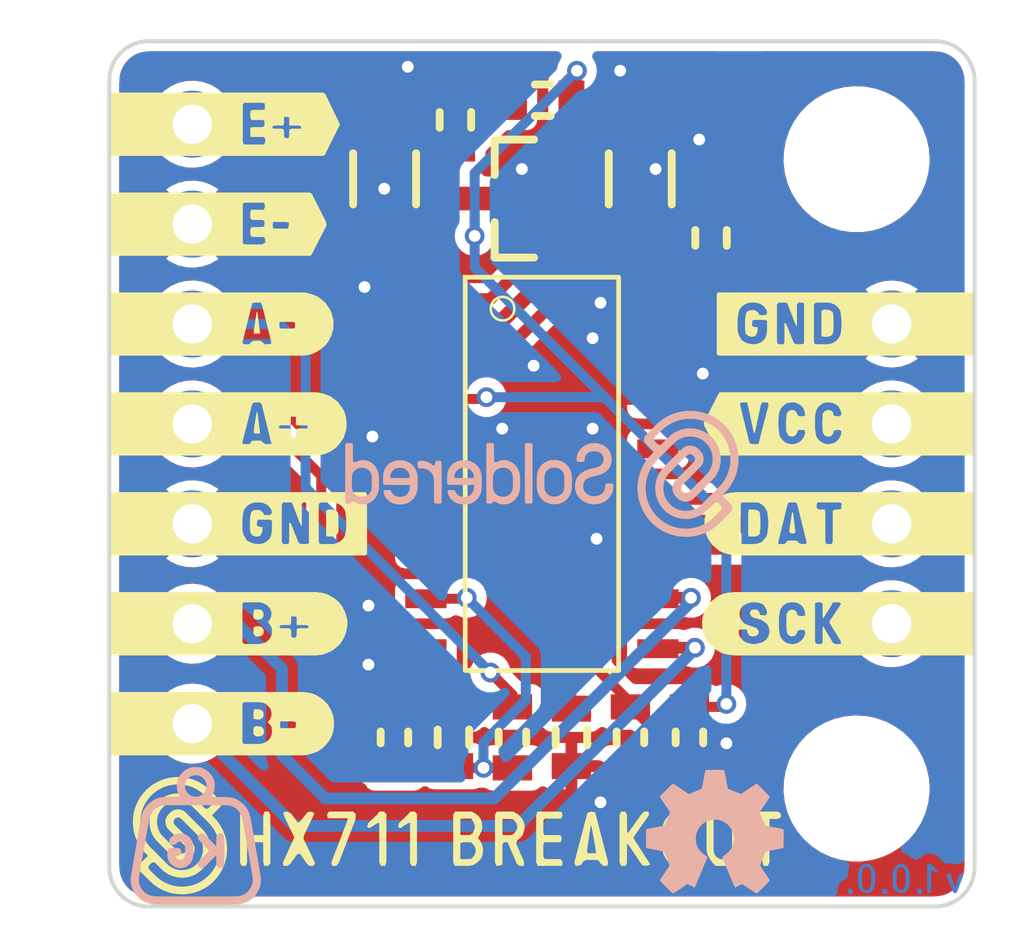
<source format=kicad_pcb>
(kicad_pcb (version 20210126) (generator pcbnew)
  (layers (0 "F.Cu" signal) (31 "B.Cu" signal) (34 "B.Paste" user) (35 "F.Paste" user) (36 "B.SilkS" user "B.Silkscreen") (37 "F.SilkS" user "F.Silkscreen") (38 "B.Mask" user) (39 "F.Mask" user) (44 "Edge.Cuts" user))
  (net 0 "")
  (net 1 "Net-(C1-Pad2)")
  (net 2 "GND")
  (net 3 "Net-(C3-Pad2)")
  (net 4 "Net-(C4-Pad2)")
  (net 5 "Net-(C4-Pad1)")
  (net 6 "Net-(K1-Pad3)")
  (net 7 "Net-(K1-Pad2)")
  (net 8 "Net-(K2-Pad2)")
  (net 9 "Net-(K2-Pad1)")
  (net 10 "VCC")
  (net 11 "Net-(K3-Pad2)")
  (net 12 "Net-(K3-Pad1)")
  (net 13 "Net-(Q1-Pad1)")
  (net 14 "Net-(R3-Pad1)")
  (net 16 "Net-(L1-Pad2)")
  (footprint "e-radionica.com footprinti:0603R" (layer "F.Cu") (at 61.25 148.1 -90)
    (fp_text reference "R2")
    (fp_text value "100R")
    (pad "1" smd rect (at -0.775 0) (size 1 0.64) (layers "F.Cu" "F.Paste" "F.Mask") (net 5 "Net-(C4-Pad1)"))
    (pad "2" smd rect (at 0.775 0) (size 1 0.64) (layers "F.Cu" "F.Paste" "F.Mask") (net 7 "Net-(K1-Pad2)"))
  )
  (footprint "buzzardLabel" (layer "F.Cu") (at 53.6 137.59)
    (fp_text reference "" (at 0 0) (layer "F.SilkS") (effects (font (size 1.27 1.27))))
    (fp_text value "" (at 0 0) (layer "F.SilkS") (effects (font (size 1.27 1.27))))
  )
  (footprint "e-radionica.com footprinti:SOP-16" (layer "F.Cu") (at 65 141.4)
    (fp_text reference "U1")
    (fp_text value "HX711")
    (pad "1" smd rect (at -2.95 -4.445) (size 1.05 0.48) (layers "F.Cu" "F.Paste" "F.Mask") (net 10 "VCC"))
    (pad "2" smd rect (at -2.95 -3.175) (size 1.05 0.48) (layers "F.Cu" "F.Paste" "F.Mask") (net 13 "Net-(Q1-Pad1)"))
    (pad "3" smd rect (at -2.95 -1.905) (size 1.05 0.48) (layers "F.Cu" "F.Paste" "F.Mask") (net 16 "Net-(L1-Pad2)"))
    (pad "4" smd rect (at -2.95 -0.635) (size 1.05 0.48) (layers "F.Cu" "F.Paste" "F.Mask") (net 14 "Net-(R3-Pad1)"))
    (pad "5" smd rect (at -2.95 0.635) (size 1.05 0.48) (layers "F.Cu" "F.Paste" "F.Mask") (net 2 "GND"))
    (pad "6" smd rect (at -2.95 1.905) (size 1.05 0.48) (layers "F.Cu" "F.Paste" "F.Mask") (net 3 "Net-(C3-Pad2)"))
    (pad "7" smd rect (at -2.95 3.175) (size 1.05 0.48) (layers "F.Cu" "F.Paste" "F.Mask") (net 4 "Net-(C4-Pad2)"))
    (pad "8" smd rect (at -2.95 4.445) (size 1.05 0.48) (layers "F.Cu" "F.Paste" "F.Mask") (net 5 "Net-(C4-Pad1)"))
    (pad "9" smd rect (at 2.95 4.445) (size 1.05 0.48) (layers "F.Cu" "F.Paste" "F.Mask") (net 9 "Net-(K2-Pad1)"))
    (pad "10" smd rect (at 2.95 3.175) (size 1.05 0.48) (layers "F.Cu" "F.Paste" "F.Mask") (net 8 "Net-(K2-Pad2)"))
    (pad "11" smd rect (at 2.95 1.905) (size 1.05 0.48) (layers "F.Cu" "F.Paste" "F.Mask") (net 12 "Net-(K3-Pad1)"))
    (pad "12" smd rect (at 2.95 0.635) (size 1.05 0.48) (layers "F.Cu" "F.Paste" "F.Mask") (net 11 "Net-(K3-Pad2)"))
    (pad "13" smd rect (at 2.95 -0.635) (size 1.05 0.48) (layers "F.Cu" "F.Paste" "F.Mask"))
    (pad "14" smd rect (at 2.95 -1.905) (size 1.05 0.48) (layers "F.Cu" "F.Paste" "F.Mask") (net 2 "GND"))
    (pad "15" smd rect (at 2.95 -3.175) (size 1.05 0.48) (layers "F.Cu" "F.Paste" "F.Mask") (net 2 "GND"))
    (pad "16" smd rect (at 2.95 -4.445) (size 1.05 0.48) (layers "F.Cu" "F.Paste" "F.Mask") (net 10 "VCC"))
  )
  (footprint "Soldered Graphics:Logo-Front-Soldered-3mm" (layer "F.Cu") (at 55.8 150.6)
    (fp_text reference "G***" hide)
    (fp_text value "LOGO" hide)
  )
  (footprint "buzzardLabel" (layer "F.Cu") (at 53.6 142.67)
    (fp_text reference "" (at 0 0) (layer "F.SilkS") (effects (font (size 1.27 1.27))))
    (fp_text value "" (at 0 0) (layer "F.SilkS") (effects (font (size 1.27 1.27))))
  )
  (footprint "e-radionica.com footprinti:HOLE_3.2mm" (layer "F.Cu") (at 73 133.4)
    (fp_text reference "H2" hide)
    (fp_text value "HOLE_3.2mm" hide)
    (pad "" np_thru_hole circle (at 0 0) (size 3.2 3.2) (drill 3.2) (layers F&B.Cu *.Mask))
  )
  (footprint "e-radionica.com footprinti:0603R" (layer "F.Cu") (at 68.75 148.1 90)
    (fp_text reference "R3")
    (fp_text value "20k")
    (pad "1" smd rect (at -0.775 0 180) (size 1 0.64) (layers "F.Cu" "F.Paste" "F.Mask") (net 14 "Net-(R3-Pad1)"))
    (pad "2" smd rect (at 0.775 0 180) (size 1 0.64) (layers "F.Cu" "F.Paste" "F.Mask") (net 16 "Net-(L1-Pad2)"))
  )
  (footprint "buzzardLabel" (layer "F.Cu") (at 76.4 142.67)
    (fp_text reference "" (at 0 0) (layer "F.SilkS") (effects (font (size 1.27 1.27))))
    (fp_text value "" (at 0 0) (layer "F.SilkS") (effects (font (size 1.27 1.27))))
  )
  (footprint "buzzardLabel" (layer "F.Cu") (at 53.6 140.13)
    (fp_text reference "" (at 0 0) (layer "F.SilkS") (effects (font (size 1.27 1.27))))
    (fp_text value "" (at 0 0) (layer "F.SilkS") (effects (font (size 1.27 1.27))))
  )
  (footprint "e-radionica.com footprinti:0603R" (layer "F.Cu") (at 64.25 148.1 90)
    (fp_text reference "R1")
    (fp_text value "100R")
    (pad "1" smd rect (at -0.775 0 180) (size 1 0.64) (layers "F.Cu" "F.Paste" "F.Mask") (net 4 "Net-(C4-Pad2)"))
    (pad "2" smd rect (at 0.775 0 180) (size 1 0.64) (layers "F.Cu" "F.Paste" "F.Mask") (net 6 "Net-(K1-Pad3)"))
  )
  (footprint "buzzardLabel" (layer "F.Cu") (at 53.6 145.21)
    (fp_text reference "" (at 0 0) (layer "F.SilkS") (effects (font (size 1.27 1.27))))
    (fp_text value "" (at 0 0) (layer "F.SilkS") (effects (font (size 1.27 1.27))))
  )
  (footprint "buzzardLabel" (layer "F.Cu") (at 76.4 137.59)
    (fp_text reference "" (at 0 0) (layer "F.SilkS") (effects (font (size 1.27 1.27))))
    (fp_text value "" (at 0 0) (layer "F.SilkS") (effects (font (size 1.27 1.27))))
  )
  (footprint "e-radionica.com footprinti:0603C" (layer "F.Cu") (at 69.3 135.4 -90)
    (fp_text reference "C5")
    (fp_text value "100nF")
    (pad "1" smd rect (at -0.73 0 270) (size 0.66 1) (layers "F.Cu" "F.Paste" "F.Mask") (net 2 "GND"))
    (pad "2" smd rect (at 0.73 0 270) (size 0.66 1) (layers "F.Cu" "F.Paste" "F.Mask") (net 10 "VCC"))
  )
  (footprint "e-radionica.com footprinti:1206C" (layer "F.Cu") (at 61 133.9 90)
    (fp_text reference "C2")
    (fp_text value "10uF")
    (pad "1" smd rect (at -1.525 0 180) (size 1.75 1) (layers "F.Cu" "F.Paste" "F.Mask") (net 2 "GND"))
    (pad "2" smd rect (at 1.525 0 180) (size 1.75 1) (layers "F.Cu" "F.Paste" "F.Mask") (net 1 "Net-(C1-Pad2)"))
  )
  (footprint "e-radionica.com footprinti:0603L" (layer "F.Cu") (at 65 131.9)
    (fp_text reference "L1")
    (fp_text value "3.3uH")
    (pad "1" smd rect (at -0.71 0) (size 0.66 1) (layers "F.Cu" "F.Paste" "F.Mask") (net 1 "Net-(C1-Pad2)"))
    (pad "2" smd rect (at 0.75 0) (size 0.66 1) (layers "F.Cu" "F.Paste" "F.Mask") (net 16 "Net-(L1-Pad2)"))
  )
  (footprint "buzzardLabel" (layer "F.Cu") (at 76.4 145.21)
    (fp_text reference "" (at 0 0) (layer "F.SilkS") (effects (font (size 1.27 1.27))))
    (fp_text value "" (at 0 0) (layer "F.SilkS") (effects (font (size 1.27 1.27))))
  )
  (footprint "buzzardLabel" (layer "F.Cu") (at 53.6 132.51)
    (fp_text reference "" (at 0 0) (layer "F.SilkS") (effects (font (size 1.27 1.27))))
    (fp_text value "" (at 0 0) (layer "F.SilkS") (effects (font (size 1.27 1.27))))
  )
  (footprint "e-radionica.com footprinti:HOLE_3.2mm" (layer "F.Cu") (at 73 149.4)
    (fp_text reference "H1" hide)
    (fp_text value "HOLE_3.2mm" hide)
    (pad "" np_thru_hole circle (at 0 0) (size 3.2 3.2) (drill 3.2) (layers F&B.Cu *.Mask))
  )
  (footprint "buzzardLabel" (layer "F.Cu") (at 64.2 150.7)
    (fp_text reference "" (at 0 0) (layer "F.SilkS") (effects (font (size 1.27 1.27))))
    (fp_text value "" (at 0 0) (layer "F.SilkS") (effects (font (size 1.27 1.27))))
  )
  (footprint "Soldered Graphics:Logo-Back-OSH-3.5mm" (layer "F.Cu") (at 69.4 150.5)
    (fp_text reference "G***" hide)
    (fp_text value "LOGO" hide)
  )
  (footprint "buzzardLabel" (layer "F.Cu") (at 76.4 140.13)
    (fp_text reference "" (at 0 0) (layer "F.SilkS") (effects (font (size 1.27 1.27))))
    (fp_text value "" (at 0 0) (layer "F.SilkS") (effects (font (size 1.27 1.27))))
  )
  (footprint "e-radionica.com footprinti:0603C" (layer "F.Cu") (at 65.75 148.1 90)
    (fp_text reference "C3")
    (fp_text value "100nF")
    (pad "1" smd rect (at -0.73 0 90) (size 0.66 1) (layers "F.Cu" "F.Paste" "F.Mask") (net 2 "GND"))
    (pad "2" smd rect (at 0.73 0 90) (size 0.66 1) (layers "F.Cu" "F.Paste" "F.Mask") (net 3 "Net-(C3-Pad2)"))
  )
  (footprint "e-radionica.com footprinti:SOT-23-3" (layer "F.Cu") (at 64.5 134.4 180)
    (fp_text reference "Q1")
    (fp_text value "MMBT4403")
    (pad "1" smd rect (at -1.2 -0.95 270) (size 0.6 1) (layers "F.Cu" "F.Paste" "F.Mask") (net 13 "Net-(Q1-Pad1)"))
    (pad "2" smd rect (at -1.2 0.95 270) (size 0.6 1) (layers "F.Cu" "F.Paste" "F.Mask") (net 10 "VCC"))
    (pad "3" smd rect (at 1.2 0 270) (size 0.6 1) (layers "F.Cu" "F.Paste" "F.Mask") (net 16 "Net-(L1-Pad2)"))
  )
  (footprint "Soldered Graphics:Logo-Back-SolderedFULL-10mm" (layer "F.Cu") (at 65 141.4)
    (fp_text reference "G***" hide)
    (fp_text value "LOGO" hide)
  )
  (footprint "buzzardLabel" (layer "F.Cu") (at 53.6 135.05)
    (fp_text reference "" (at 0 0) (layer "F.SilkS") (effects (font (size 1.27 1.27))))
    (fp_text value "" (at 0 0) (layer "F.SilkS") (effects (font (size 1.27 1.27))))
  )
  (footprint "e-radionica.com footprinti:FIDUCIAL_1MM_PASTE" (layer "F.Cu") (at 70 131.4)
    (fp_text reference "FD1")
    (fp_text value "Fiducial_Stencil")
    (pad "1" smd circle (at 0 0) (size 1 1) (property pad_prop_fiducial_glob) (layers "F.Cu" "F.Paste" "F.Mask"))
  )
  (footprint "e-radionica.com footprinti:0603C" (layer "F.Cu") (at 62.8 132.4 -90)
    (fp_text reference "C1")
    (fp_text value "100nF")
    (pad "1" smd rect (at -0.73 0 270) (size 0.66 1) (layers "F.Cu" "F.Paste" "F.Mask") (net 2 "GND"))
    (pad "2" smd rect (at 0.73 0 270) (size 0.66 1) (layers "F.Cu" "F.Paste" "F.Mask") (net 1 "Net-(C1-Pad2)"))
  )
  (footprint "e-radionica.com footprinti:0603C" (layer "F.Cu") (at 62.75 148.1 -90)
    (fp_text reference "C4")
    (fp_text value "100nF")
    (pad "1" smd rect (at -0.73 0 270) (size 0.66 1) (layers "F.Cu" "F.Paste" "F.Mask") (net 5 "Net-(C4-Pad1)"))
    (pad "2" smd rect (at 0.73 0 270) (size 0.66 1) (layers "F.Cu" "F.Paste" "F.Mask") (net 4 "Net-(C4-Pad2)"))
  )
  (footprint "e-radionica.com footprinti:1206C" (layer "F.Cu") (at 67.5 133.9 -90)
    (fp_text reference "C6")
    (fp_text value "10uF")
    (pad "1" smd rect (at -1.525 0) (size 1.75 1) (layers "F.Cu" "F.Paste" "F.Mask") (net 2 "GND"))
    (pad "2" smd rect (at 1.525 0) (size 1.75 1) (layers "F.Cu" "F.Paste" "F.Mask") (net 10 "VCC"))
  )
  (footprint "e-radionica.com footprinti:0603R" (layer "F.Cu") (at 67.25 148.1 90)
    (fp_text reference "R4")
    (fp_text value "8.2k")
    (pad "1" smd rect (at -0.775 0 180) (size 1 0.64) (layers "F.Cu" "F.Paste" "F.Mask") (net 2 "GND"))
    (pad "2" smd rect (at 0.775 0 180) (size 1 0.64) (layers "F.Cu" "F.Paste" "F.Mask") (net 14 "Net-(R3-Pad1)"))
  )
  (footprint "buzzardLabel" (layer "F.Cu") (at 53.6 147.75)
    (fp_text reference "" (at 0 0) (layer "F.SilkS") (effects (font (size 1.27 1.27))))
    (fp_text value "" (at 0 0) (layer "F.SilkS") (effects (font (size 1.27 1.27))))
  )
  (footprint "e-radionica.com footprinti:HEADER_MALE_5X1" (layer "B.Cu") (at 56.11 137.59 90)
    (fp_text reference "K1")
    (fp_text value "HEADER_MALE_5X1")
    (pad "1" thru_hole circle (at -5.08 0 90) (size 1.7 1.7) (drill 1) (layers *.Cu *.Mask) (net 2 "GND"))
    (pad "2" thru_hole circle (at -2.54 0 90) (size 1.7 1.7) (drill 1) (layers *.Cu *.Mask) (net 7 "Net-(K1-Pad2)"))
    (pad "3" thru_hole circle (at 0 0 90) (size 1.7 1.7) (drill 1) (layers *.Cu *.Mask) (net 6 "Net-(K1-Pad3)"))
    (pad "4" thru_hole circle (at 2.54 0 90) (size 1.7 1.7) (drill 1) (layers *.Cu *.Mask) (net 2 "GND"))
    (pad "5" thru_hole circle (at 5.08 0 90) (size 1.7 1.7) (drill 1) (layers *.Cu *.Mask) (net 1 "Net-(C1-Pad2)"))
  )
  (footprint "Soldered Graphics:Symbol-Front-Scale" (layer "B.Cu") (at 56.2 150.6 180)
    (fp_text reference "G***" hide)
    (fp_text value "LOGO" hide)
  )
  (footprint "e-radionica.com footprinti:HEADER_MALE_2X1" (layer "B.Cu") (at 56.11 146.48 90)
    (fp_text reference "K2")
    (fp_text value "HEADER_MALE_2X1")
    (pad "1" thru_hole circle (at -1.27 0 90) (size 1.524 1.524) (drill 1) (layers *.Cu *.Mask) (net 9 "Net-(K2-Pad1)"))
    (pad "2" thru_hole circle (at 1.27 0 90) (size 1.524 1.524) (drill 1) (layers *.Cu *.Mask) (net 8 "Net-(K2-Pad2)"))
  )
  (footprint "e-radionica.com footprinti:HEADER_MALE_4X1" (layer "B.Cu") (at 73.89 141.4 90)
    (fp_text reference "K3")
    (fp_text value "HEADER_MALE_4X1")
    (pad "1" thru_hole circle (at -3.81 0 90) (size 1.7 1.7) (drill 1) (layers *.Cu *.Mask) (net 12 "Net-(K3-Pad1)"))
    (pad "2" thru_hole circle (at -1.27 0 90) (size 1.7 1.7) (drill 1) (layers *.Cu *.Mask) (net 11 "Net-(K3-Pad2)"))
    (pad "3" thru_hole circle (at 1.27 0 90) (size 1.7 1.7) (drill 1) (layers *.Cu *.Mask) (net 10 "VCC"))
    (pad "4" thru_hole circle (at 3.81 0 90) (size 1.7 1.7) (drill 1) (layers *.Cu *.Mask) (net 2 "GND"))
  )
  (footprint "Soldered Graphics:Version1.0.0." (layer "B.Cu") (at 74.2 151.7 180)
    (fp_text reference "" (at 0 0) (layer "B.SilkS") (effects (font (size 1.27 1.27)) (justify mirror)))
    (fp_text value "" (at 0 0) (layer "B.SilkS") (effects (font (size 1.27 1.27)) (justify mirror)))
    (fp_poly (pts (xy 0.43 -0.38) (xy 0.48 -0.38) (xy 0.54 -0.37) (xy 0.54 -0.33) (xy 0.54 -0.27) (xy 0.5 -0.26) (xy 0.45 -0.26) (xy 0.42 -0.29) (xy 0.42 -0.34) (xy 0.43 -0.38)) (layer "B.Cu") (width 0.01) (fill solid))
    (fp_poly (pts (xy -0.44 -0.38) (xy -0.39 -0.38) (xy -0.34 -0.37) (xy -0.34 -0.33) (xy -0.34 -0.27) (xy -0.38 -0.26) (xy -0.43 -0.26) (xy -0.46 -0.29) (xy -0.46 -0.34) (xy -0.44 -0.38)) (layer "B.Cu") (width 0.01) (fill solid))
    (fp_poly (pts (xy -1.33 -0.35) (xy -1.27 -0.35) (xy -1.25 -0.31) (xy -1.09 0.1) (xy -1.11 0.13) (xy -1.16 0.13) (xy -1.19 0.1) (xy -1.28 -0.16) (xy -1.3 -0.21) (xy -1.32 -0.17) (xy -1.41 0.09) (xy -1.44 0.13) (xy -1.49 0.13) (xy -1.51 0.1) (xy -1.36 -0.31) (xy -1.33 -0.35)) (layer "B.Cu") (width 0.01) (fill solid))
    (fp_poly (pts (xy 0.93 -0.35) (xy 0.99 -0.35) (xy 1.04 -0.33) (xy 1.01 -0.28) (xy 0.91 -0.28) (xy 0.87 -0.25) (xy 0.85 -0.2) (xy 0.83 -0.15) (xy 0.83 -0.11) (xy 0.82 0.01) (xy 0.83 0.13) (xy 0.83 0.17) (xy 0.84 0.22) (xy 0.87 0.27) (xy 0.9 0.3) (xy 1.01 0.3) (xy 1.04 0.26) (xy 1.05 0.21) (xy 1.06 0.15) (xy 1.07 0.05) (xy 1.07 -0.08) (xy 1.06 -0.12) (xy 1.06 -0.17) (xy 1.04 -0.22) (xy 1.02 -0.27) (xy 1.01 -0.28) (xy 1.05 -0.32) (xy 1.09 -0.29) (xy 1.12 -0.26) (xy 1.14 -0.22) (xy 1.15 -0.16) (xy 1.16 -0.11) (xy 1.16 -0.06) (xy 1.16 0.06) (xy 1.16 0.12) (xy 1.15 0.17) (xy 1.14 0.22) (xy 1.13 0.27) (xy 1.1 0.3) (xy 1.06 0.34) (xy 1.01 0.37) (xy 0.95 0.38) (xy 0.9 0.38) (xy 0.84 0.35) (xy 0.8 0.31) (xy 0.78 0.28) (xy 0.75 0.23) (xy 0.74 0.18) (xy 0.74 0.13) (xy 0.73 0.08) (xy 0.73 -0.04) (xy 0.73 -0.1) (xy 0.74 -0.14) (xy 0.75 -0.2) (xy 0.77 -0.25) (xy 0.79 -0.28) (xy 0.83 -0.32) (xy 0.89 -0.35) (xy 0.93 -0.35)) (layer "B.Cu") (width 0.01) (fill solid))
    (fp_poly (pts (xy 1.31 -0.38) (xy 1.36 -0.38) (xy 1.41 -0.37) (xy 1.42 -0.33) (xy 1.42 -0.27) (xy 1.38 -0.26) (xy 1.33 -0.26) (xy 1.3 -0.29) (xy 1.3 -0.34) (xy 1.31 -0.38)) (layer "B.Cu") (width 0.01) (fill solid))
    (fp_poly (pts (xy -0.67 -0.35) (xy -0.62 -0.35) (xy -0.6 -0.31) (xy -0.6 0.35) (xy -0.64 0.38) (xy -0.69 0.38) (xy -0.73 0.34) (xy -0.84 0.22) (xy -0.86 0.17) (xy -0.83 0.16) (xy -0.73 0.22) (xy -0.69 0.23) (xy -0.69 -0.31) (xy -0.67 -0.35)) (layer "B.Cu") (width 0.01) (fill solid))
    (fp_poly (pts (xy 0.06 -0.35) (xy 0.11 -0.35) (xy 0.17 -0.33) (xy 0.13 -0.28) (xy 0.03 -0.28) (xy -0.01 -0.25) (xy -0.03 -0.2) (xy -0.05 -0.15) (xy -0.05 -0.11) (xy -0.05 0.01) (xy -0.05 0.13) (xy -0.05 0.17) (xy -0.03 0.22) (xy -0.01 0.27) (xy 0.02 0.3) (xy 0.13 0.3) (xy 0.16 0.26) (xy 0.18 0.21) (xy 0.18 0.15) (xy 0.19 0.05) (xy 0.19 -0.08) (xy 0.19 -0.12) (xy 0.18 -0.17) (xy 0.16 -0.22) (xy 0.14 -0.27) (xy 0.14 -0.28) (xy 0.17 -0.32) (xy 0.21 -0.29) (xy 0.24 -0.26) (xy 0.26 -0.22) (xy 0.27 -0.16) (xy 0.28 -0.11) (xy 0.28 -0.06) (xy 0.28 0.06) (xy 0.28 0.12) (xy 0.27 0.17) (xy 0.26 0.22) (xy 0.25 0.27) (xy 0.22 0.3) (xy 0.19 0.34) (xy 0.13 0.37) (xy 0.08 0.38) (xy 0.02 0.38) (xy -0.03 0.35) (xy -0.08 0.31) (xy -0.1 0.28) (xy -0.12 0.23) (xy -0.14 0.18) (xy -0.14 0.13) (xy -0.15 0.08) (xy -0.15 -0.04) (xy -0.14 -0.1) (xy -0.14 -0.14) (xy -0.13 -0.2) (xy -0.11 -0.25) (xy -0.08 -0.28) (xy -0.05 -0.32) (xy 0.01 -0.35) (xy 0.06 -0.35)) (layer "B.Cu") (width 0.01) (fill solid))
  )
  (gr_arc (start 55 151.4) (end 55 152.4) (angle 90) (layer "Edge.Cuts") (width 0.1))
  (gr_arc (start 75 131.4) (end 75 130.4) (angle 90) (layer "Edge.Cuts") (width 0.1))
  (gr_arc (start 55 131.4) (end 54 131.4) (angle 90) (layer "Edge.Cuts") (width 0.1))
  (gr_line (start 54 131.4) (end 54 151.4) (layer "Edge.Cuts") (width 0.1))
  (gr_line (start 55 152.4) (end 75 152.4) (layer "Edge.Cuts") (width 0.1))
  (gr_arc (start 75 151.4) (end 75 152.4) (angle -90) (layer "Edge.Cuts") (width 0.1))
  (gr_line (start 76 151.4) (end 76 131.4) (layer "Edge.Cuts") (width 0.1))
  (gr_line (start 75 130.4) (end 55 130.4) (layer "Edge.Cuts") (width 0.1))
  (segment (start 62.27 133.13) (end 61.515 132.375) (width 0.3) (layer "F.Cu") (net 1))
  (segment (start 61.515 132.375) (end 61 132.375) (width 0.3) (layer "F.Cu") (net 1))
  (segment (start 62.8 133.13) (end 63.06 133.13) (width 0.3) (layer "F.Cu") (net 1))
  (segment (start 63.06 133.13) (end 64.29 131.9) (width 0.3) (layer "F.Cu") (net 1))
  (segment (start 56.11 132.51) (end 60.865 132.51) (width 0.3) (layer "F.Cu") (net 1))
  (segment (start 60.865 132.51) (end 61 132.375) (width 0.3) (layer "F.Cu") (net 1))
  (segment (start 62.8 133.13) (end 62.27 133.13) (width 0.3) (layer "F.Cu") (net 1))
  (via (at 66.29 140.25) (size 0.5) (drill 0.3) (layers "F.Cu" "B.Cu") (net 2))
  (via (at 69.69 148.25) (size 0.5) (drill 0.3) (layers "F.Cu" "B.Cu") (net 2))
  (via (at 64.79 138.65) (size 0.5) (drill 0.3) (layers "F.Cu" "B.Cu") (net 2))
  (via (at 66.29 137.95) (size 0.5) (drill 0.3) (layers "F.Cu" "B.Cu") (net 2))
  (via (at 63.99 140.25) (size 0.5) (drill 0.3) (layers "F.Cu" "B.Cu") (net 2))
  (via (at 61.59 131.05) (size 0.5) (drill 0.3) (layers "F.Cu" "B.Cu") (net 2))
  (via (at 69.09 138.85) (size 0.5) (drill 0.3) (layers "F.Cu" "B.Cu") (net 2))
  (via (at 60.59 146.25) (size 0.5) (drill 0.3) (layers "F.Cu" "B.Cu") (net 2))
  (via (at 60.69 140.45) (size 0.5) (drill 0.3) (layers "F.Cu" "B.Cu") (net 2))
  (via (at 60.49 136.65) (size 0.5) (drill 0.3) (layers "F.Cu" "B.Cu") (net 2))
  (via (at 60.59 144.75) (size 0.5) (drill 0.3) (layers "F.Cu" "B.Cu") (net 2))
  (via (at 60.99 134.15) (size 0.5) (drill 0.3) (layers "F.Cu" "B.Cu") (net 2))
  (via (at 66.49 149.75) (size 0.5) (drill 0.3) (layers "F.Cu" "B.Cu") (net 2))
  (via (at 66.39 143.05) (size 0.5) (drill 0.3) (layers "F.Cu" "B.Cu") (net 2))
  (via (at 64.49 133.65) (size 0.5) (drill 0.3) (layers "F.Cu" "B.Cu") (net 2))
  (via (at 66.99 131.15) (size 0.5) (drill 0.3) (layers "F.Cu" "B.Cu") (net 2))
  (via (at 67.89 133.65) (size 0.5) (drill 0.3) (layers "F.Cu" "B.Cu") (net 2))
  (via (at 66.49 137.05) (size 0.5) (drill 0.3) (layers "F.Cu" "B.Cu") (net 2))
  (via (at 69 132.9) (size 0.5) (drill 0.3) (layers "F.Cu" "B.Cu") (net 2))
  (segment (start 65.75 145.61) (end 63.445 143.305) (width 0.254) (layer "F.Cu") (net 3))
  (segment (start 63.445 143.305) (end 62.05 143.305) (width 0.254) (layer "F.Cu") (net 3))
  (segment (start 65.75 147.37) (end 65.75 145.61) (width 0.254) (layer "F.Cu") (net 3))
  (segment (start 63.09 144.55) (end 63.065 144.575) (width 0.254) (layer "F.Cu") (net 4))
  (segment (start 62.795 148.875) (end 62.75 148.83) (width 0.254) (layer "F.Cu") (net 4))
  (segment (start 63.065 144.575) (end 62.05 144.575) (width 0.254) (layer "F.Cu") (net 4))
  (segment (start 64.25 148.875) (end 62.795 148.875) (width 0.254) (layer "F.Cu") (net 4))
  (via (at 63.515 148.875) (size 0.5) (drill 0.3) (layers "F.Cu" "B.Cu") (net 4))
  (via (at 63.09 144.55) (size 0.5) (drill 0.3) (layers "F.Cu" "B.Cu") (net 4))
  (segment (start 64.59 146.05) (end 64.59 147.15) (width 0.254) (layer "B.Cu") (net 4))
  (segment (start 63.09 144.55) (end 64.59 146.05) (width 0.254) (layer "B.Cu") (net 4))
  (segment (start 63.515 148.225) (end 63.515 148.875) (width 0.254) (layer "B.Cu") (net 4))
  (segment (start 64.59 147.15) (end 63.515 148.225) (width 0.254) (layer "B.Cu") (net 4))
  (segment (start 62.05 145.91) (end 62.79 146.65) (width 0.254) (layer "F.Cu") (net 5))
  (segment (start 61.25 147.325) (end 62.705 147.325) (width 0.254) (layer "F.Cu") (net 5))
  (segment (start 62.79 147.33) (end 62.75 147.37) (width 0.254) (layer "F.Cu") (net 5))
  (segment (start 62.79 146.65) (end 62.79 147.33) (width 0.254) (layer "F.Cu") (net 5))
  (segment (start 62.705 147.325) (end 62.75 147.37) (width 0.254) (layer "F.Cu") (net 5))
  (segment (start 62.05 145.845) (end 62.05 145.91) (width 0.254) (layer "F.Cu") (net 5))
  (segment (start 64.25 147.325) (end 64.25 147.01) (width 0.254) (layer "F.Cu") (net 6))
  (segment (start 64.25 147.01) (end 63.69 146.45) (width 0.254) (layer "F.Cu") (net 6))
  (via (at 63.69 146.45) (size 0.5) (drill 0.3) (layers "F.Cu" "B.Cu") (net 6))
  (segment (start 58.33 137.59) (end 56.11 137.59) (width 0.254) (layer "B.Cu") (net 6))
  (segment (start 63.69 146.45) (end 58.99 141.75) (width 0.254) (layer "B.Cu") (net 6))
  (segment (start 58.99 138.25) (end 58.33 137.59) (width 0.254) (layer "B.Cu") (net 6))
  (segment (start 58.99 141.75) (end 58.99 138.25) (width 0.254) (layer "B.Cu") (net 6))
  (segment (start 60.515 148.875) (end 59.39 147.75) (width 0.254) (layer "F.Cu") (net 7))
  (segment (start 59.39 141.45) (end 58.07 140.13) (width 0.254) (layer "F.Cu") (net 7))
  (segment (start 59.39 147.75) (end 59.39 141.45) (width 0.254) (layer "F.Cu") (net 7))
  (segment (start 61.25 148.875) (end 60.515 148.875) (width 0.254) (layer "F.Cu") (net 7))
  (segment (start 58.07 140.13) (end 56.11 140.13) (width 0.254) (layer "F.Cu") (net 7))
  (segment (start 68.79 144.55) (end 67.975 144.55) (width 0.3) (layer "F.Cu") (net 8))
  (segment (start 67.975 144.55) (end 67.95 144.575) (width 0.3) (layer "F.Cu") (net 8))
  (via (at 68.79 144.55) (size 0.5) (drill 0.3) (layers "F.Cu" "B.Cu") (net 8))
  (segment (start 58.39 148.55) (end 58.39 146.35) (width 0.3) (layer "B.Cu") (net 8))
  (segment (start 68.79 144.65) (end 63.79 149.65) (width 0.3) (layer "B.Cu") (net 8))
  (segment (start 57.25 145.21) (end 56.11 145.21) (width 0.3) (layer "B.Cu") (net 8))
  (segment (start 58.39 146.35) (end 57.25 145.21) (width 0.3) (layer "B.Cu") (net 8))
  (segment (start 59.49 149.65) (end 58.39 148.55) (width 0.3) (layer "B.Cu") (net 8))
  (segment (start 63.79 149.65) (end 59.49 149.65) (width 0.3) (layer "B.Cu") (net 8))
  (segment (start 68.79 144.55) (end 68.79 144.65) (width 0.3) (layer "B.Cu") (net 8))
  (segment (start 68.89 145.82) (end 67.975 145.82) (width 0.3) (layer "F.Cu") (net 9))
  (segment (start 67.975 145.82) (end 67.95 145.845) (width 0.3) (layer "F.Cu") (net 9))
  (via (at 68.89 145.82) (size 0.5) (drill 0.3) (layers "F.Cu" "B.Cu") (net 9))
  (segment (start 64.39 150.35) (end 58.71 150.35) (width 0.3) (layer "B.Cu") (net 9))
  (segment (start 68.89 145.85) (end 64.39 150.35) (width 0.3) (layer "B.Cu") (net 9))
  (segment (start 58.71 150.35) (end 56.11 147.75) (width 0.3) (layer "B.Cu") (net 9))
  (segment (start 68.89 145.82) (end 68.89 145.85) (width 0.3) (layer "B.Cu") (net 9))
  (segment (start 69.3 136.13) (end 69.01 136.13) (width 0.3) (layer "F.Cu") (net 10))
  (segment (start 67.5 135.425) (end 67.5 134.66) (width 0.3) (layer "F.Cu") (net 10))
  (segment (start 65.7 133.64) (end 65.7 133.45) (width 0.3) (layer "F.Cu") (net 10))
  (segment (start 74.5 140.13) (end 73.81 140.13) (width 0.3) (layer "F.Cu") (net 10))
  (segment (start 73.89 140.13) (end 73.3 140.13) (width 0.3) (layer "F.Cu") (net 10))
  (segment (start 68 135.325) (end 68 136.905) (width 0.3) (layer "F.Cu") (net 10))
  (segment (start 68 136.905) (end 67.95 136.955) (width 0.3) (layer "F.Cu") (net 10))
  (segment (start 67.5 134.66) (end 66.29 133.45) (width 0.3) (layer "F.Cu") (net 10))
  (segment (start 68.005 135.32) (end 68 135.325) (width 0.3) (layer "F.Cu") (net 10))
  (segment (start 62.05 136.955) (end 63.685 136.955) (width 0.3) (layer "F.Cu") (net 10))
  (segment (start 69.01 136.13) (end 68.185 136.955) (width 0.3) (layer "F.Cu") (net 10))
  (segment (start 63.685 136.955) (end 64.79 135.85) (width 0.3) (layer "F.Cu") (net 10))
  (segment (start 68.185 136.955) (end 67.95 136.955) (width 0.3) (layer "F.Cu") (net 10))
  (segment (start 64.79 134.55) (end 65.7 133.64) (width 0.3) (layer "F.Cu") (net 10))
  (segment (start 73.3 140.13) (end 69.3 136.13) (width 0.3) (layer "F.Cu") (net 10))
  (segment (start 64.79 135.85) (end 64.79 134.55) (width 0.3) (layer "F.Cu") (net 10))
  (segment (start 66.29 133.45) (end 65.7 133.45) (width 0.3) (layer "F.Cu") (net 10))
  (segment (start 72.3 142.72) (end 73.84 142.72) (width 0.3) (layer "F.Cu") (net 11))
  (segment (start 74.45 142.72) (end 74.5 142.67) (width 0.3) (layer "F.Cu") (net 11))
  (segment (start 67.95 142.035) (end 71.615 142.035) (width 0.3) (layer "F.Cu") (net 11))
  (segment (start 71.615 142.035) (end 72.3 142.72) (width 0.3) (layer "F.Cu") (net 11))
  (segment (start 73.84 142.72) (end 73.89 142.67) (width 0.3) (layer "F.Cu") (net 11))
  (segment (start 73.88 145.22) (end 73.89 145.21) (width 0.3) (layer "F.Cu") (net 12))
  (segment (start 70.985 143.305) (end 72.9 145.22) (width 0.3) (layer "F.Cu") (net 12))
  (segment (start 67.95 143.305) (end 70.985 143.305) (width 0.3) (layer "F.Cu") (net 12))
  (segment (start 72.9 145.22) (end 73.88 145.22) (width 0.3) (layer "F.Cu") (net 12))
  (segment (start 74.49 145.22) (end 74.5 145.21) (width 0.3) (layer "F.Cu") (net 12))
  (segment (start 65.7 136.64) (end 64.115 138.225) (width 0.3) (layer "F.Cu") (net 13))
  (segment (start 65.7 135.35) (end 65.7 136.64) (width 0.3) (layer "F.Cu") (net 13))
  (segment (start 64.115 138.225) (end 62.05 138.225) (width 0.3) (layer "F.Cu") (net 13))
  (segment (start 68.75 148.81) (end 67.265 147.325) (width 0.254) (layer "F.Cu") (net 14))
  (segment (start 67.25 147.21) (end 66.39 146.35) (width 0.254) (layer "F.Cu") (net 14))
  (segment (start 62.705 140.765) (end 62.05 140.765) (width 0.254) (layer "F.Cu") (net 14))
  (segment (start 67.265 147.325) (end 67.25 147.325) (width 0.254) (layer "F.Cu") (net 14))
  (segment (start 68.75 148.875) (end 68.75 148.81) (width 0.254) (layer "F.Cu") (net 14))
  (segment (start 66.39 146.35) (end 66.39 144.45) (width 0.254) (layer "F.Cu") (net 14))
  (segment (start 67.25 147.325) (end 67.25 147.21) (width 0.254) (layer "F.Cu") (net 14))
  (segment (start 66.39 144.45) (end 62.705 140.765) (width 0.254) (layer "F.Cu") (net 14))
  (segment (start 63.59 139.45) (end 63.545 139.495) (width 0.254) (layer "F.Cu") (net 16))
  (segment (start 65.89 131.76) (end 65.75 131.9) (width 0.254) (layer "F.Cu") (net 16))
  (segment (start 63.29 134.41) (end 63.3 134.4) (width 0.254) (layer "F.Cu") (net 16))
  (segment (start 68.75 147.325) (end 69.615 147.325) (width 0.254) (layer "F.Cu") (net 16))
  (segment (start 65.89 131.15) (end 65.89 131.76) (width 0.254) (layer "F.Cu") (net 16))
  (segment (start 69.615 147.325) (end 69.69 147.25) (width 0.254) (layer "F.Cu") (net 16))
  (segment (start 63.545 139.495) (end 62.05 139.495) (width 0.254) (layer "F.Cu") (net 16))
  (segment (start 63.29 135.35) (end 63.29 134.41) (width 0.254) (layer "F.Cu") (net 16))
  (via (at 63.29 135.35) (size 0.5) (drill 0.3) (layers "F.Cu" "B.Cu") (net 16))
  (via (at 65.89 131.15) (size 0.5) (drill 0.3) (layers "F.Cu" "B.Cu") (net 16))
  (via (at 69.69 147.25) (size 0.5) (drill 0.3) (layers "F.Cu" "B.Cu") (net 16))
  (via (at 63.59 139.45) (size 0.5) (drill 0.3) (layers "F.Cu" "B.Cu") (net 16))
  (segment (start 63.29 135.35) (end 63.29 133.75) (width 0.254) (layer "B.Cu") (net 16))
  (segment (start 66.59 139.45) (end 69.69 142.55) (width 0.254) (layer "B.Cu") (net 16))
  (segment (start 69.69 142.55) (end 69.69 147.25) (width 0.254) (layer "B.Cu") (net 16))
  (segment (start 63.29 133.75) (end 65.89 131.15) (width 0.254) (layer "B.Cu") (net 16))
  (segment (start 63.29 136.15) (end 63.29 135.35) (width 0.254) (layer "B.Cu") (net 16))
  (segment (start 66.59 139.45) (end 63.29 136.15) (width 0.254) (layer "B.Cu") (net 16))
  (segment (start 63.59 139.45) (end 66.59 139.45) (width 0.254) (layer "B.Cu") (net 16))
  (zone (net 2) (net_name "GND") (layers F&B.Cu) (connect_pads (clearance 0.254)) (min_thickness 0.254) (fill yes (thermal_gap 0.254) (thermal_bridge_width 0.3))
    (polygon (pts (xy 76 152.4) (xy 54 152.4) (xy 54 130.4) (xy 76 130.4)))
  )
)
</source>
